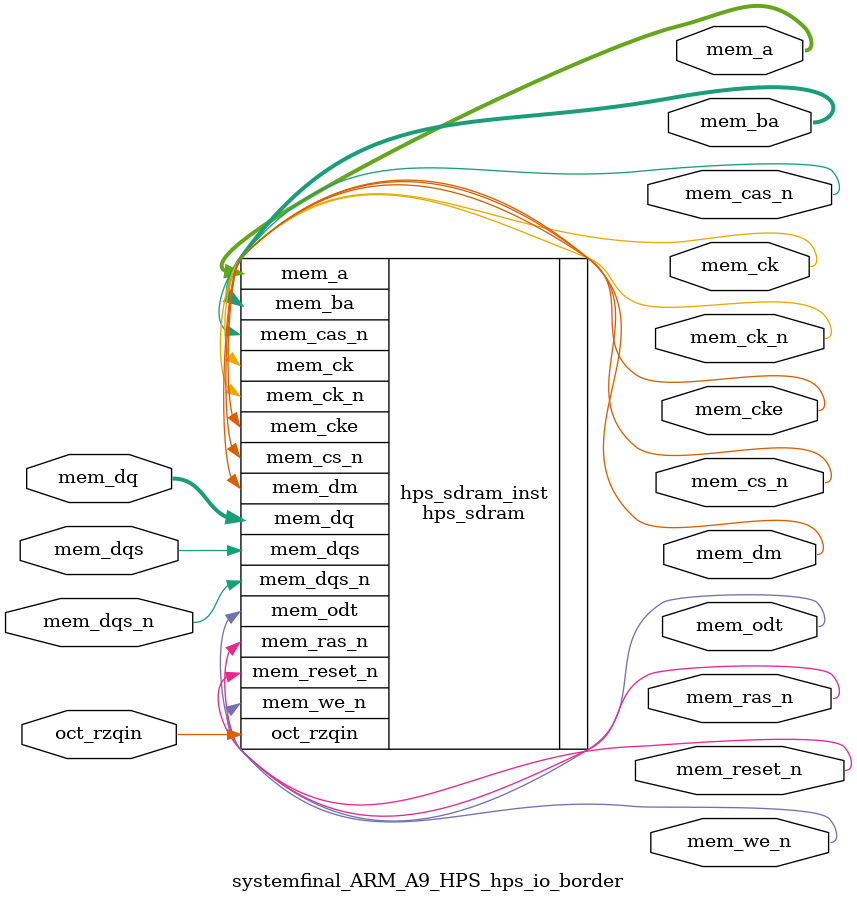
<source format=sv>


module systemfinal_ARM_A9_HPS_hps_io_border(
// memory
  output wire [13 - 1 : 0 ] mem_a
 ,output wire [3 - 1 : 0 ] mem_ba
 ,output wire [1 - 1 : 0 ] mem_ck
 ,output wire [1 - 1 : 0 ] mem_ck_n
 ,output wire [1 - 1 : 0 ] mem_cke
 ,output wire [1 - 1 : 0 ] mem_cs_n
 ,output wire [1 - 1 : 0 ] mem_ras_n
 ,output wire [1 - 1 : 0 ] mem_cas_n
 ,output wire [1 - 1 : 0 ] mem_we_n
 ,output wire [1 - 1 : 0 ] mem_reset_n
 ,inout wire [8 - 1 : 0 ] mem_dq
 ,inout wire [1 - 1 : 0 ] mem_dqs
 ,inout wire [1 - 1 : 0 ] mem_dqs_n
 ,output wire [1 - 1 : 0 ] mem_odt
 ,output wire [1 - 1 : 0 ] mem_dm
 ,input wire [1 - 1 : 0 ] oct_rzqin
);


hps_sdram hps_sdram_inst(
 .mem_dq({
    mem_dq[7:0] // 7:0
  })
,.mem_odt({
    mem_odt[0:0] // 0:0
  })
,.mem_ras_n({
    mem_ras_n[0:0] // 0:0
  })
,.mem_dqs_n({
    mem_dqs_n[0:0] // 0:0
  })
,.mem_dqs({
    mem_dqs[0:0] // 0:0
  })
,.mem_dm({
    mem_dm[0:0] // 0:0
  })
,.mem_we_n({
    mem_we_n[0:0] // 0:0
  })
,.mem_cas_n({
    mem_cas_n[0:0] // 0:0
  })
,.mem_ba({
    mem_ba[2:0] // 2:0
  })
,.mem_a({
    mem_a[12:0] // 12:0
  })
,.mem_cs_n({
    mem_cs_n[0:0] // 0:0
  })
,.mem_ck({
    mem_ck[0:0] // 0:0
  })
,.mem_cke({
    mem_cke[0:0] // 0:0
  })
,.oct_rzqin({
    oct_rzqin[0:0] // 0:0
  })
,.mem_reset_n({
    mem_reset_n[0:0] // 0:0
  })
,.mem_ck_n({
    mem_ck_n[0:0] // 0:0
  })
);

endmodule


</source>
